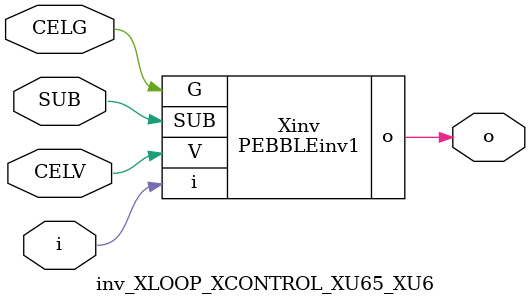
<source format=v>



module PEBBLEinv1 ( o, G, SUB, V, i );

  input V;
  input i;
  input G;
  output o;
  input SUB;
endmodule

//Celera Confidential Do Not Copy inv_XLOOP_XCONTROL_XU65_XU6
//Celera Confidential Symbol Generator
//5V Inverter
module inv_XLOOP_XCONTROL_XU65_XU6 (CELV,CELG,i,o,SUB);
input CELV;
input CELG;
input i;
input SUB;
output o;

//Celera Confidential Do Not Copy inv
PEBBLEinv1 Xinv(
.V (CELV),
.i (i),
.o (o),
.SUB (SUB),
.G (CELG)
);
//,diesize,PEBBLEinv1

//Celera Confidential Do Not Copy Module End
//Celera Schematic Generator
endmodule

</source>
